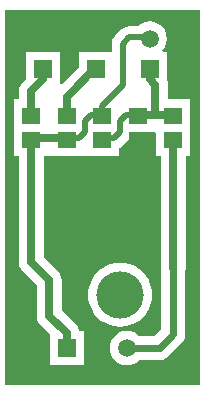
<source format=gtl>
G04*
G04 #@! TF.GenerationSoftware,Altium Limited,Altium Designer,18.0.9 (584)*
G04*
G04 Layer_Physical_Order=1*
G04 Layer_Color=255*
%FSLAX25Y25*%
%MOIN*%
G70*
G01*
G75*
%ADD10R,0.05906X0.05512*%
%ADD11C,0.02362*%
%ADD12C,0.01968*%
%ADD13C,0.02756*%
%ADD14C,0.05906*%
%ADD15R,0.05906X0.05906*%
%ADD16R,0.05906X0.05906*%
%ADD17C,0.15748*%
G36*
X64961Y0D02*
X0D01*
Y125000D01*
X64961D01*
Y0D01*
D02*
G37*
%LPC*%
G36*
X48228Y121073D02*
X46738Y120877D01*
X45349Y120301D01*
X44280Y119481D01*
X41496D01*
X40520Y119352D01*
X39610Y118976D01*
X38829Y118376D01*
X36703Y116250D01*
X36103Y115469D01*
X35726Y114559D01*
X35598Y113583D01*
Y111024D01*
X24803D01*
Y105896D01*
X19004Y100097D01*
X18504Y100304D01*
Y111024D01*
X7087D01*
Y101960D01*
X5910Y100783D01*
X5247Y99919D01*
X4831Y98914D01*
X4689Y97835D01*
Y95079D01*
X3150D01*
Y84055D01*
Y76181D01*
X4689D01*
Y40748D01*
X4831Y39669D01*
X5247Y38663D01*
X5910Y37800D01*
X10594Y33115D01*
Y23031D01*
X10736Y21952D01*
X11153Y20947D01*
X11816Y20083D01*
X14961Y16938D01*
Y6496D01*
X26378D01*
Y17913D01*
X24735D01*
X24697Y18205D01*
X24280Y19211D01*
X23618Y20074D01*
X18933Y24759D01*
Y34843D01*
X18791Y35922D01*
X18375Y36927D01*
X17712Y37791D01*
X13028Y42475D01*
Y76181D01*
X14567D01*
Y76181D01*
X14961D01*
Y76181D01*
X26272D01*
X26378Y76181D01*
Y76181D01*
X26772D01*
Y76181D01*
X38189D01*
Y78772D01*
X38304Y78820D01*
X39085Y79419D01*
X41053Y81388D01*
X41653Y82169D01*
X42030Y83079D01*
X42158Y84055D01*
Y84055D01*
X50000D01*
X50394Y83798D01*
Y76181D01*
X51933D01*
Y38780D01*
X52075Y37700D01*
X52131Y37564D01*
Y18377D01*
X49930Y16176D01*
X44818D01*
X44741Y16276D01*
X43548Y17191D01*
X42160Y17766D01*
X40669Y17963D01*
X39179Y17766D01*
X37790Y17191D01*
X36598Y16276D01*
X35683Y15084D01*
X35108Y13695D01*
X34911Y12205D01*
X35108Y10714D01*
X35683Y9326D01*
X36598Y8133D01*
X37790Y7218D01*
X39179Y6643D01*
X40669Y6447D01*
X42160Y6643D01*
X43548Y7218D01*
X44741Y8133D01*
X44818Y8234D01*
X51575D01*
X52603Y8369D01*
X53560Y8766D01*
X54383Y9397D01*
X58910Y13924D01*
X59541Y14747D01*
X59938Y15705D01*
X60073Y16732D01*
Y37564D01*
X60130Y37700D01*
X60272Y38780D01*
Y76181D01*
X61811D01*
Y84055D01*
Y95079D01*
X54366D01*
Y99803D01*
X54224Y100882D01*
X53937Y101576D01*
Y111024D01*
X52761D01*
X52515Y111524D01*
X53215Y112436D01*
X53790Y113825D01*
X53986Y115315D01*
X53790Y116805D01*
X53215Y118194D01*
X52300Y119386D01*
X51107Y120301D01*
X49719Y120877D01*
X48228Y121073D01*
D02*
G37*
G36*
X38386Y40584D02*
X36718Y40453D01*
X35091Y40062D01*
X33545Y39422D01*
X32118Y38548D01*
X30846Y37461D01*
X29759Y36189D01*
X28885Y34762D01*
X28245Y33216D01*
X27854Y31589D01*
X27723Y29921D01*
X27854Y28253D01*
X28245Y26626D01*
X28885Y25080D01*
X29759Y23654D01*
X30846Y22381D01*
X32118Y21295D01*
X33545Y20421D01*
X35091Y19780D01*
X36718Y19390D01*
X38386Y19259D01*
X40054Y19390D01*
X41681Y19780D01*
X43227Y20421D01*
X44653Y21295D01*
X45926Y22381D01*
X47012Y23654D01*
X47886Y25080D01*
X48527Y26626D01*
X48917Y28253D01*
X49049Y29921D01*
X48917Y31589D01*
X48527Y33216D01*
X47886Y34762D01*
X47012Y36189D01*
X45926Y37461D01*
X44653Y38548D01*
X43227Y39422D01*
X41681Y40062D01*
X40054Y40453D01*
X38386Y40584D01*
D02*
G37*
%LPD*%
D10*
X32480Y89567D02*
D03*
Y81693D02*
D03*
X44291Y89567D02*
D03*
Y81693D02*
D03*
X8858Y89567D02*
D03*
Y81693D02*
D03*
X56102D02*
D03*
Y89567D02*
D03*
X20669D02*
D03*
Y81693D02*
D03*
D11*
X56102Y16732D02*
Y38780D01*
X51575Y12205D02*
X56102Y16732D01*
X40669Y12205D02*
X51575D01*
D12*
X41496Y115709D02*
X48228D01*
X32480Y89567D02*
Y89961D01*
X28543D02*
X32480D01*
X20669Y82086D02*
X24606D01*
X26575Y87992D02*
X28543Y89961D01*
X26575Y84055D02*
Y87992D01*
X24606Y82086D02*
X26575Y84055D01*
X40354Y89961D02*
X44291D01*
X32480Y82086D02*
X36417D01*
X38386Y84055D01*
Y87992D01*
X40354Y89961D01*
X39370Y113583D02*
X41496Y115709D01*
X39370Y99803D02*
Y113583D01*
X32480Y92913D02*
X39370Y99803D01*
X32480Y89961D02*
Y92913D01*
D13*
X8858Y82086D02*
X20669D01*
X44291Y89961D02*
X56102D01*
X50197D02*
Y99803D01*
X48228Y101772D02*
X50197Y99803D01*
X48228Y101772D02*
Y105709D01*
X20669Y95866D02*
X30512Y105709D01*
X20669Y89961D02*
Y95866D01*
X12795Y101772D02*
Y105709D01*
X8858Y97835D02*
X12795Y101772D01*
X8858Y89961D02*
Y97835D01*
Y40748D02*
Y81693D01*
Y40748D02*
X14764Y34843D01*
Y23031D02*
Y34843D01*
X20669Y12205D02*
Y17126D01*
X14764Y23031D02*
X20669Y17126D01*
X56102Y38780D02*
Y82087D01*
D14*
X12795Y115315D02*
D03*
X40669Y12205D02*
D03*
X30669D02*
D03*
X48228Y115315D02*
D03*
X30512D02*
D03*
D15*
X12795Y105315D02*
D03*
X48228D02*
D03*
X30512D02*
D03*
D16*
X20669Y12205D02*
D03*
D17*
X38386Y29921D02*
D03*
M02*

</source>
